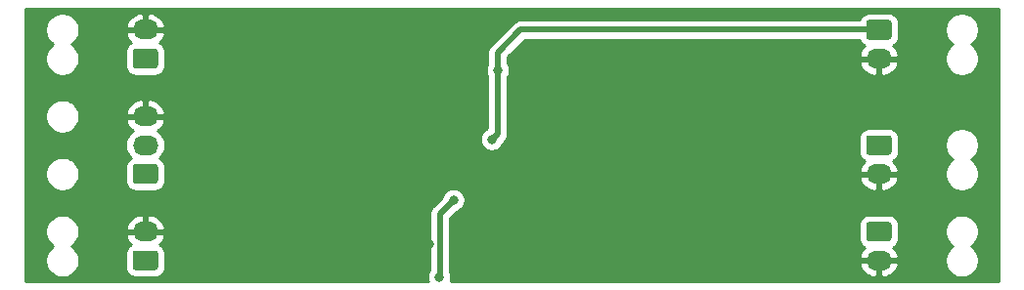
<source format=gbl>
G04 #@! TF.GenerationSoftware,KiCad,Pcbnew,(5.1.10)-1*
G04 #@! TF.CreationDate,2021-10-14T23:30:01+01:00*
G04 #@! TF.ProjectId,Battery,42617474-6572-4792-9e6b-696361645f70,rev?*
G04 #@! TF.SameCoordinates,Original*
G04 #@! TF.FileFunction,Copper,L2,Bot*
G04 #@! TF.FilePolarity,Positive*
%FSLAX46Y46*%
G04 Gerber Fmt 4.6, Leading zero omitted, Abs format (unit mm)*
G04 Created by KiCad (PCBNEW (5.1.10)-1) date 2021-10-14 23:30:01*
%MOMM*%
%LPD*%
G01*
G04 APERTURE LIST*
G04 #@! TA.AperFunction,ComponentPad*
%ADD10O,2.200000X1.700000*%
G04 #@! TD*
G04 #@! TA.AperFunction,ViaPad*
%ADD11C,0.800000*%
G04 #@! TD*
G04 #@! TA.AperFunction,Conductor*
%ADD12C,0.500000*%
G04 #@! TD*
G04 #@! TA.AperFunction,Conductor*
%ADD13C,0.254000*%
G04 #@! TD*
G04 #@! TA.AperFunction,Conductor*
%ADD14C,0.100000*%
G04 #@! TD*
G04 APERTURE END LIST*
D10*
X187000000Y-60500000D03*
G04 #@! TA.AperFunction,ComponentPad*
G36*
G01*
X188100000Y-62400000D02*
X188100000Y-63600000D01*
G75*
G02*
X187850000Y-63850000I-250000J0D01*
G01*
X186150000Y-63850000D01*
G75*
G02*
X185900000Y-63600000I0J250000D01*
G01*
X185900000Y-62400000D01*
G75*
G02*
X186150000Y-62150000I250000J0D01*
G01*
X187850000Y-62150000D01*
G75*
G02*
X188100000Y-62400000I0J-250000D01*
G01*
G37*
G04 #@! TD.AperFunction*
G04 #@! TA.AperFunction,ComponentPad*
G36*
G01*
X249400000Y-53600000D02*
X249400000Y-52400000D01*
G75*
G02*
X249650000Y-52150000I250000J0D01*
G01*
X251350000Y-52150000D01*
G75*
G02*
X251600000Y-52400000I0J-250000D01*
G01*
X251600000Y-53600000D01*
G75*
G02*
X251350000Y-53850000I-250000J0D01*
G01*
X249650000Y-53850000D01*
G75*
G02*
X249400000Y-53600000I0J250000D01*
G01*
G37*
G04 #@! TD.AperFunction*
X250500000Y-55500000D03*
G04 #@! TA.AperFunction,ComponentPad*
G36*
G01*
X249400000Y-61100000D02*
X249400000Y-59900000D01*
G75*
G02*
X249650000Y-59650000I250000J0D01*
G01*
X251350000Y-59650000D01*
G75*
G02*
X251600000Y-59900000I0J-250000D01*
G01*
X251600000Y-61100000D01*
G75*
G02*
X251350000Y-61350000I-250000J0D01*
G01*
X249650000Y-61350000D01*
G75*
G02*
X249400000Y-61100000I0J250000D01*
G01*
G37*
G04 #@! TD.AperFunction*
X250500000Y-63000000D03*
X187000000Y-43000000D03*
G04 #@! TA.AperFunction,ComponentPad*
G36*
G01*
X188100000Y-44900000D02*
X188100000Y-46100000D01*
G75*
G02*
X187850000Y-46350000I-250000J0D01*
G01*
X186150000Y-46350000D01*
G75*
G02*
X185900000Y-46100000I0J250000D01*
G01*
X185900000Y-44900000D01*
G75*
G02*
X186150000Y-44650000I250000J0D01*
G01*
X187850000Y-44650000D01*
G75*
G02*
X188100000Y-44900000I0J-250000D01*
G01*
G37*
G04 #@! TD.AperFunction*
G04 #@! TA.AperFunction,ComponentPad*
G36*
G01*
X249400000Y-43600000D02*
X249400000Y-42400000D01*
G75*
G02*
X249650000Y-42150000I250000J0D01*
G01*
X251350000Y-42150000D01*
G75*
G02*
X251600000Y-42400000I0J-250000D01*
G01*
X251600000Y-43600000D01*
G75*
G02*
X251350000Y-43850000I-250000J0D01*
G01*
X249650000Y-43850000D01*
G75*
G02*
X249400000Y-43600000I0J250000D01*
G01*
G37*
G04 #@! TD.AperFunction*
X250500000Y-45500000D03*
X187000000Y-50500000D03*
X187000000Y-53000000D03*
G04 #@! TA.AperFunction,ComponentPad*
G36*
G01*
X188100000Y-54900000D02*
X188100000Y-56100000D01*
G75*
G02*
X187850000Y-56350000I-250000J0D01*
G01*
X186150000Y-56350000D01*
G75*
G02*
X185900000Y-56100000I0J250000D01*
G01*
X185900000Y-54900000D01*
G75*
G02*
X186150000Y-54650000I250000J0D01*
G01*
X187850000Y-54650000D01*
G75*
G02*
X188100000Y-54900000I0J-250000D01*
G01*
G37*
G04 #@! TD.AperFunction*
D11*
X200000000Y-53500000D03*
X201000000Y-53500000D03*
X201000000Y-49500000D03*
X200000000Y-49500000D03*
X237000000Y-55500000D03*
X237000000Y-54500000D03*
X237000000Y-53500000D03*
X237000000Y-52500000D03*
X237000000Y-51500000D03*
X237000000Y-63500000D03*
X237000000Y-62500000D03*
X237000000Y-61500000D03*
X237000000Y-60500000D03*
X237000000Y-59500000D03*
X236000000Y-63500000D03*
X236000000Y-62500000D03*
X236000000Y-61500000D03*
X236000000Y-60500000D03*
X236000000Y-59500000D03*
X236000000Y-51500000D03*
X236000000Y-52500000D03*
X236000000Y-53500000D03*
X236000000Y-55500000D03*
X227000000Y-59000000D03*
X241500000Y-63500000D03*
X193500000Y-53500000D03*
X226000000Y-59000000D03*
X228000000Y-59000000D03*
X236000000Y-54500000D03*
X231500000Y-63500000D03*
X203000000Y-54500000D03*
X197500000Y-58500000D03*
X242000000Y-49500000D03*
X225500000Y-44500000D03*
X204500000Y-63500000D03*
X207000000Y-63500000D03*
X209500000Y-63500000D03*
X211549990Y-61575000D03*
X214000000Y-63500000D03*
X217000000Y-52500000D03*
X217500000Y-46500000D03*
X213675000Y-57765000D03*
X212456001Y-64450001D03*
D12*
X219500000Y-43000000D02*
X250500000Y-43000000D01*
X217500000Y-45000000D02*
X219500000Y-43000000D01*
X217500000Y-52000000D02*
X217500000Y-47000000D01*
X217000000Y-52500000D02*
X217500000Y-52000000D01*
X217500000Y-47000000D02*
X217500000Y-45000000D01*
X212456001Y-64450001D02*
X212456001Y-64450001D01*
X212500000Y-58940000D02*
X213675000Y-57765000D01*
X212500000Y-64406002D02*
X212500000Y-58940000D01*
X212456001Y-64450001D02*
X212500000Y-64406002D01*
D13*
X260840001Y-64840000D02*
X213414734Y-64840000D01*
X213451227Y-64751899D01*
X213491001Y-64551940D01*
X213491001Y-64348062D01*
X213451227Y-64148103D01*
X213385000Y-63988218D01*
X213385000Y-63356890D01*
X248808524Y-63356890D01*
X248829643Y-63467493D01*
X248948138Y-63735608D01*
X249116663Y-63975454D01*
X249328741Y-64177814D01*
X249576223Y-64334911D01*
X249849598Y-64440708D01*
X250138360Y-64491140D01*
X250373000Y-64331496D01*
X250373000Y-63127000D01*
X250627000Y-63127000D01*
X250627000Y-64331496D01*
X250861640Y-64491140D01*
X251150402Y-64440708D01*
X251423777Y-64334911D01*
X251671259Y-64177814D01*
X251883337Y-63975454D01*
X252051862Y-63735608D01*
X252170357Y-63467493D01*
X252191476Y-63356890D01*
X252070155Y-63127000D01*
X250627000Y-63127000D01*
X250373000Y-63127000D01*
X248929845Y-63127000D01*
X248808524Y-63356890D01*
X213385000Y-63356890D01*
X213385000Y-59900000D01*
X248761928Y-59900000D01*
X248761928Y-61100000D01*
X248778992Y-61273254D01*
X248829528Y-61439850D01*
X248911595Y-61593386D01*
X249022038Y-61727962D01*
X249156614Y-61838405D01*
X249256044Y-61891552D01*
X249116663Y-62024546D01*
X248948138Y-62264392D01*
X248829643Y-62532507D01*
X248808524Y-62643110D01*
X248929845Y-62873000D01*
X250373000Y-62873000D01*
X250373000Y-62853000D01*
X250627000Y-62853000D01*
X250627000Y-62873000D01*
X252070155Y-62873000D01*
X252191476Y-62643110D01*
X252170357Y-62532507D01*
X252051862Y-62264392D01*
X251883337Y-62024546D01*
X251743956Y-61891552D01*
X251843386Y-61838405D01*
X251977962Y-61727962D01*
X252088405Y-61593386D01*
X252170472Y-61439850D01*
X252221008Y-61273254D01*
X252238072Y-61100000D01*
X252238072Y-60353740D01*
X256195000Y-60353740D01*
X256195000Y-60646260D01*
X256252068Y-60933158D01*
X256364010Y-61203411D01*
X256526525Y-61446632D01*
X256733368Y-61653475D01*
X256877828Y-61750000D01*
X256733368Y-61846525D01*
X256526525Y-62053368D01*
X256364010Y-62296589D01*
X256252068Y-62566842D01*
X256195000Y-62853740D01*
X256195000Y-63146260D01*
X256252068Y-63433158D01*
X256364010Y-63703411D01*
X256526525Y-63946632D01*
X256733368Y-64153475D01*
X256976589Y-64315990D01*
X257246842Y-64427932D01*
X257533740Y-64485000D01*
X257826260Y-64485000D01*
X258113158Y-64427932D01*
X258383411Y-64315990D01*
X258626632Y-64153475D01*
X258833475Y-63946632D01*
X258995990Y-63703411D01*
X259107932Y-63433158D01*
X259165000Y-63146260D01*
X259165000Y-62853740D01*
X259107932Y-62566842D01*
X258995990Y-62296589D01*
X258833475Y-62053368D01*
X258626632Y-61846525D01*
X258482172Y-61750000D01*
X258626632Y-61653475D01*
X258833475Y-61446632D01*
X258995990Y-61203411D01*
X259107932Y-60933158D01*
X259165000Y-60646260D01*
X259165000Y-60353740D01*
X259107932Y-60066842D01*
X258995990Y-59796589D01*
X258833475Y-59553368D01*
X258626632Y-59346525D01*
X258383411Y-59184010D01*
X258113158Y-59072068D01*
X257826260Y-59015000D01*
X257533740Y-59015000D01*
X257246842Y-59072068D01*
X256976589Y-59184010D01*
X256733368Y-59346525D01*
X256526525Y-59553368D01*
X256364010Y-59796589D01*
X256252068Y-60066842D01*
X256195000Y-60353740D01*
X252238072Y-60353740D01*
X252238072Y-59900000D01*
X252221008Y-59726746D01*
X252170472Y-59560150D01*
X252088405Y-59406614D01*
X251977962Y-59272038D01*
X251843386Y-59161595D01*
X251689850Y-59079528D01*
X251523254Y-59028992D01*
X251350000Y-59011928D01*
X249650000Y-59011928D01*
X249476746Y-59028992D01*
X249310150Y-59079528D01*
X249156614Y-59161595D01*
X249022038Y-59272038D01*
X248911595Y-59406614D01*
X248829528Y-59560150D01*
X248778992Y-59726746D01*
X248761928Y-59900000D01*
X213385000Y-59900000D01*
X213385000Y-59306578D01*
X213920044Y-58771535D01*
X213976898Y-58760226D01*
X214165256Y-58682205D01*
X214334774Y-58568937D01*
X214478937Y-58424774D01*
X214592205Y-58255256D01*
X214670226Y-58066898D01*
X214710000Y-57866939D01*
X214710000Y-57663061D01*
X214670226Y-57463102D01*
X214592205Y-57274744D01*
X214478937Y-57105226D01*
X214334774Y-56961063D01*
X214165256Y-56847795D01*
X213976898Y-56769774D01*
X213776939Y-56730000D01*
X213573061Y-56730000D01*
X213373102Y-56769774D01*
X213184744Y-56847795D01*
X213015226Y-56961063D01*
X212871063Y-57105226D01*
X212757795Y-57274744D01*
X212679774Y-57463102D01*
X212668465Y-57519956D01*
X211904951Y-58283471D01*
X211871184Y-58311183D01*
X211843471Y-58344951D01*
X211843468Y-58344954D01*
X211760590Y-58445941D01*
X211678412Y-58599687D01*
X211627805Y-58766510D01*
X211610719Y-58940000D01*
X211615001Y-58983479D01*
X211615000Y-63845697D01*
X211538796Y-63959745D01*
X211460775Y-64148103D01*
X211421001Y-64348062D01*
X211421001Y-64551940D01*
X211460775Y-64751899D01*
X211497268Y-64840000D01*
X176660000Y-64840000D01*
X176660000Y-60353740D01*
X178335000Y-60353740D01*
X178335000Y-60646260D01*
X178392068Y-60933158D01*
X178504010Y-61203411D01*
X178666525Y-61446632D01*
X178873368Y-61653475D01*
X179017828Y-61750000D01*
X178873368Y-61846525D01*
X178666525Y-62053368D01*
X178504010Y-62296589D01*
X178392068Y-62566842D01*
X178335000Y-62853740D01*
X178335000Y-63146260D01*
X178392068Y-63433158D01*
X178504010Y-63703411D01*
X178666525Y-63946632D01*
X178873368Y-64153475D01*
X179116589Y-64315990D01*
X179386842Y-64427932D01*
X179673740Y-64485000D01*
X179966260Y-64485000D01*
X180253158Y-64427932D01*
X180523411Y-64315990D01*
X180766632Y-64153475D01*
X180973475Y-63946632D01*
X181135990Y-63703411D01*
X181247932Y-63433158D01*
X181305000Y-63146260D01*
X181305000Y-62853740D01*
X181247932Y-62566842D01*
X181178825Y-62400000D01*
X185261928Y-62400000D01*
X185261928Y-63600000D01*
X185278992Y-63773254D01*
X185329528Y-63939850D01*
X185411595Y-64093386D01*
X185522038Y-64227962D01*
X185656614Y-64338405D01*
X185810150Y-64420472D01*
X185976746Y-64471008D01*
X186150000Y-64488072D01*
X187850000Y-64488072D01*
X188023254Y-64471008D01*
X188189850Y-64420472D01*
X188343386Y-64338405D01*
X188477962Y-64227962D01*
X188588405Y-64093386D01*
X188670472Y-63939850D01*
X188721008Y-63773254D01*
X188738072Y-63600000D01*
X188738072Y-62400000D01*
X188721008Y-62226746D01*
X188670472Y-62060150D01*
X188588405Y-61906614D01*
X188477962Y-61772038D01*
X188343386Y-61661595D01*
X188243956Y-61608448D01*
X188383337Y-61475454D01*
X188551862Y-61235608D01*
X188670357Y-60967493D01*
X188691476Y-60856890D01*
X188570155Y-60627000D01*
X187127000Y-60627000D01*
X187127000Y-60647000D01*
X186873000Y-60647000D01*
X186873000Y-60627000D01*
X185429845Y-60627000D01*
X185308524Y-60856890D01*
X185329643Y-60967493D01*
X185448138Y-61235608D01*
X185616663Y-61475454D01*
X185756044Y-61608448D01*
X185656614Y-61661595D01*
X185522038Y-61772038D01*
X185411595Y-61906614D01*
X185329528Y-62060150D01*
X185278992Y-62226746D01*
X185261928Y-62400000D01*
X181178825Y-62400000D01*
X181135990Y-62296589D01*
X180973475Y-62053368D01*
X180766632Y-61846525D01*
X180622172Y-61750000D01*
X180766632Y-61653475D01*
X180973475Y-61446632D01*
X181135990Y-61203411D01*
X181247932Y-60933158D01*
X181305000Y-60646260D01*
X181305000Y-60353740D01*
X181263103Y-60143110D01*
X185308524Y-60143110D01*
X185429845Y-60373000D01*
X186873000Y-60373000D01*
X186873000Y-59168504D01*
X187127000Y-59168504D01*
X187127000Y-60373000D01*
X188570155Y-60373000D01*
X188691476Y-60143110D01*
X188670357Y-60032507D01*
X188551862Y-59764392D01*
X188383337Y-59524546D01*
X188171259Y-59322186D01*
X187923777Y-59165089D01*
X187650402Y-59059292D01*
X187361640Y-59008860D01*
X187127000Y-59168504D01*
X186873000Y-59168504D01*
X186638360Y-59008860D01*
X186349598Y-59059292D01*
X186076223Y-59165089D01*
X185828741Y-59322186D01*
X185616663Y-59524546D01*
X185448138Y-59764392D01*
X185329643Y-60032507D01*
X185308524Y-60143110D01*
X181263103Y-60143110D01*
X181247932Y-60066842D01*
X181135990Y-59796589D01*
X180973475Y-59553368D01*
X180766632Y-59346525D01*
X180523411Y-59184010D01*
X180253158Y-59072068D01*
X179966260Y-59015000D01*
X179673740Y-59015000D01*
X179386842Y-59072068D01*
X179116589Y-59184010D01*
X178873368Y-59346525D01*
X178666525Y-59553368D01*
X178504010Y-59796589D01*
X178392068Y-60066842D01*
X178335000Y-60353740D01*
X176660000Y-60353740D01*
X176660000Y-55353740D01*
X178335000Y-55353740D01*
X178335000Y-55646260D01*
X178392068Y-55933158D01*
X178504010Y-56203411D01*
X178666525Y-56446632D01*
X178873368Y-56653475D01*
X179116589Y-56815990D01*
X179386842Y-56927932D01*
X179673740Y-56985000D01*
X179966260Y-56985000D01*
X180253158Y-56927932D01*
X180523411Y-56815990D01*
X180766632Y-56653475D01*
X180973475Y-56446632D01*
X181135990Y-56203411D01*
X181247932Y-55933158D01*
X181305000Y-55646260D01*
X181305000Y-55353740D01*
X181247932Y-55066842D01*
X181135990Y-54796589D01*
X180973475Y-54553368D01*
X180766632Y-54346525D01*
X180523411Y-54184010D01*
X180253158Y-54072068D01*
X179966260Y-54015000D01*
X179673740Y-54015000D01*
X179386842Y-54072068D01*
X179116589Y-54184010D01*
X178873368Y-54346525D01*
X178666525Y-54553368D01*
X178504010Y-54796589D01*
X178392068Y-55066842D01*
X178335000Y-55353740D01*
X176660000Y-55353740D01*
X176660000Y-53000000D01*
X185257815Y-53000000D01*
X185286487Y-53291111D01*
X185371401Y-53571034D01*
X185509294Y-53829014D01*
X185694866Y-54055134D01*
X185758337Y-54107223D01*
X185656614Y-54161595D01*
X185522038Y-54272038D01*
X185411595Y-54406614D01*
X185329528Y-54560150D01*
X185278992Y-54726746D01*
X185261928Y-54900000D01*
X185261928Y-56100000D01*
X185278992Y-56273254D01*
X185329528Y-56439850D01*
X185411595Y-56593386D01*
X185522038Y-56727962D01*
X185656614Y-56838405D01*
X185810150Y-56920472D01*
X185976746Y-56971008D01*
X186150000Y-56988072D01*
X187850000Y-56988072D01*
X188023254Y-56971008D01*
X188189850Y-56920472D01*
X188343386Y-56838405D01*
X188477962Y-56727962D01*
X188588405Y-56593386D01*
X188670472Y-56439850D01*
X188721008Y-56273254D01*
X188738072Y-56100000D01*
X188738072Y-55856890D01*
X248808524Y-55856890D01*
X248829643Y-55967493D01*
X248948138Y-56235608D01*
X249116663Y-56475454D01*
X249328741Y-56677814D01*
X249576223Y-56834911D01*
X249849598Y-56940708D01*
X250138360Y-56991140D01*
X250373000Y-56831496D01*
X250373000Y-55627000D01*
X250627000Y-55627000D01*
X250627000Y-56831496D01*
X250861640Y-56991140D01*
X251150402Y-56940708D01*
X251423777Y-56834911D01*
X251671259Y-56677814D01*
X251883337Y-56475454D01*
X252051862Y-56235608D01*
X252170357Y-55967493D01*
X252191476Y-55856890D01*
X252070155Y-55627000D01*
X250627000Y-55627000D01*
X250373000Y-55627000D01*
X248929845Y-55627000D01*
X248808524Y-55856890D01*
X188738072Y-55856890D01*
X188738072Y-54900000D01*
X188721008Y-54726746D01*
X188670472Y-54560150D01*
X188588405Y-54406614D01*
X188477962Y-54272038D01*
X188343386Y-54161595D01*
X188241663Y-54107223D01*
X188305134Y-54055134D01*
X188490706Y-53829014D01*
X188628599Y-53571034D01*
X188713513Y-53291111D01*
X188742185Y-53000000D01*
X188713513Y-52708889D01*
X188628599Y-52428966D01*
X188612080Y-52398061D01*
X215965000Y-52398061D01*
X215965000Y-52601939D01*
X216004774Y-52801898D01*
X216082795Y-52990256D01*
X216196063Y-53159774D01*
X216340226Y-53303937D01*
X216509744Y-53417205D01*
X216698102Y-53495226D01*
X216898061Y-53535000D01*
X217101939Y-53535000D01*
X217301898Y-53495226D01*
X217490256Y-53417205D01*
X217659774Y-53303937D01*
X217803937Y-53159774D01*
X217917205Y-52990256D01*
X217995226Y-52801898D01*
X218006535Y-52745043D01*
X218095045Y-52656533D01*
X218128817Y-52628817D01*
X218239411Y-52494059D01*
X218289686Y-52400000D01*
X248761928Y-52400000D01*
X248761928Y-53600000D01*
X248778992Y-53773254D01*
X248829528Y-53939850D01*
X248911595Y-54093386D01*
X249022038Y-54227962D01*
X249156614Y-54338405D01*
X249256044Y-54391552D01*
X249116663Y-54524546D01*
X248948138Y-54764392D01*
X248829643Y-55032507D01*
X248808524Y-55143110D01*
X248929845Y-55373000D01*
X250373000Y-55373000D01*
X250373000Y-55353000D01*
X250627000Y-55353000D01*
X250627000Y-55373000D01*
X252070155Y-55373000D01*
X252191476Y-55143110D01*
X252170357Y-55032507D01*
X252051862Y-54764392D01*
X251883337Y-54524546D01*
X251743956Y-54391552D01*
X251843386Y-54338405D01*
X251977962Y-54227962D01*
X252088405Y-54093386D01*
X252170472Y-53939850D01*
X252221008Y-53773254D01*
X252238072Y-53600000D01*
X252238072Y-52853740D01*
X256195000Y-52853740D01*
X256195000Y-53146260D01*
X256252068Y-53433158D01*
X256364010Y-53703411D01*
X256526525Y-53946632D01*
X256733368Y-54153475D01*
X256877828Y-54250000D01*
X256733368Y-54346525D01*
X256526525Y-54553368D01*
X256364010Y-54796589D01*
X256252068Y-55066842D01*
X256195000Y-55353740D01*
X256195000Y-55646260D01*
X256252068Y-55933158D01*
X256364010Y-56203411D01*
X256526525Y-56446632D01*
X256733368Y-56653475D01*
X256976589Y-56815990D01*
X257246842Y-56927932D01*
X257533740Y-56985000D01*
X257826260Y-56985000D01*
X258113158Y-56927932D01*
X258383411Y-56815990D01*
X258626632Y-56653475D01*
X258833475Y-56446632D01*
X258995990Y-56203411D01*
X259107932Y-55933158D01*
X259165000Y-55646260D01*
X259165000Y-55353740D01*
X259107932Y-55066842D01*
X258995990Y-54796589D01*
X258833475Y-54553368D01*
X258626632Y-54346525D01*
X258482172Y-54250000D01*
X258626632Y-54153475D01*
X258833475Y-53946632D01*
X258995990Y-53703411D01*
X259107932Y-53433158D01*
X259165000Y-53146260D01*
X259165000Y-52853740D01*
X259107932Y-52566842D01*
X258995990Y-52296589D01*
X258833475Y-52053368D01*
X258626632Y-51846525D01*
X258383411Y-51684010D01*
X258113158Y-51572068D01*
X257826260Y-51515000D01*
X257533740Y-51515000D01*
X257246842Y-51572068D01*
X256976589Y-51684010D01*
X256733368Y-51846525D01*
X256526525Y-52053368D01*
X256364010Y-52296589D01*
X256252068Y-52566842D01*
X256195000Y-52853740D01*
X252238072Y-52853740D01*
X252238072Y-52400000D01*
X252221008Y-52226746D01*
X252170472Y-52060150D01*
X252088405Y-51906614D01*
X251977962Y-51772038D01*
X251843386Y-51661595D01*
X251689850Y-51579528D01*
X251523254Y-51528992D01*
X251350000Y-51511928D01*
X249650000Y-51511928D01*
X249476746Y-51528992D01*
X249310150Y-51579528D01*
X249156614Y-51661595D01*
X249022038Y-51772038D01*
X248911595Y-51906614D01*
X248829528Y-52060150D01*
X248778992Y-52226746D01*
X248761928Y-52400000D01*
X218289686Y-52400000D01*
X218321589Y-52340313D01*
X218372195Y-52173490D01*
X218385000Y-52043477D01*
X218385000Y-52043469D01*
X218389281Y-52000000D01*
X218385000Y-51956531D01*
X218385000Y-47038454D01*
X218417205Y-46990256D01*
X218495226Y-46801898D01*
X218535000Y-46601939D01*
X218535000Y-46398061D01*
X218495226Y-46198102D01*
X218417205Y-46009744D01*
X218385000Y-45961546D01*
X218385000Y-45856890D01*
X248808524Y-45856890D01*
X248829643Y-45967493D01*
X248948138Y-46235608D01*
X249116663Y-46475454D01*
X249328741Y-46677814D01*
X249576223Y-46834911D01*
X249849598Y-46940708D01*
X250138360Y-46991140D01*
X250373000Y-46831496D01*
X250373000Y-45627000D01*
X250627000Y-45627000D01*
X250627000Y-46831496D01*
X250861640Y-46991140D01*
X251150402Y-46940708D01*
X251423777Y-46834911D01*
X251671259Y-46677814D01*
X251883337Y-46475454D01*
X252051862Y-46235608D01*
X252170357Y-45967493D01*
X252191476Y-45856890D01*
X252070155Y-45627000D01*
X250627000Y-45627000D01*
X250373000Y-45627000D01*
X248929845Y-45627000D01*
X248808524Y-45856890D01*
X218385000Y-45856890D01*
X218385000Y-45366578D01*
X219866579Y-43885000D01*
X248812890Y-43885000D01*
X248829528Y-43939850D01*
X248911595Y-44093386D01*
X249022038Y-44227962D01*
X249156614Y-44338405D01*
X249256044Y-44391552D01*
X249116663Y-44524546D01*
X248948138Y-44764392D01*
X248829643Y-45032507D01*
X248808524Y-45143110D01*
X248929845Y-45373000D01*
X250373000Y-45373000D01*
X250373000Y-45353000D01*
X250627000Y-45353000D01*
X250627000Y-45373000D01*
X252070155Y-45373000D01*
X252191476Y-45143110D01*
X252170357Y-45032507D01*
X252051862Y-44764392D01*
X251883337Y-44524546D01*
X251743956Y-44391552D01*
X251843386Y-44338405D01*
X251977962Y-44227962D01*
X252088405Y-44093386D01*
X252170472Y-43939850D01*
X252221008Y-43773254D01*
X252238072Y-43600000D01*
X252238072Y-42853740D01*
X256195000Y-42853740D01*
X256195000Y-43146260D01*
X256252068Y-43433158D01*
X256364010Y-43703411D01*
X256526525Y-43946632D01*
X256733368Y-44153475D01*
X256877828Y-44250000D01*
X256733368Y-44346525D01*
X256526525Y-44553368D01*
X256364010Y-44796589D01*
X256252068Y-45066842D01*
X256195000Y-45353740D01*
X256195000Y-45646260D01*
X256252068Y-45933158D01*
X256364010Y-46203411D01*
X256526525Y-46446632D01*
X256733368Y-46653475D01*
X256976589Y-46815990D01*
X257246842Y-46927932D01*
X257533740Y-46985000D01*
X257826260Y-46985000D01*
X258113158Y-46927932D01*
X258383411Y-46815990D01*
X258626632Y-46653475D01*
X258833475Y-46446632D01*
X258995990Y-46203411D01*
X259107932Y-45933158D01*
X259165000Y-45646260D01*
X259165000Y-45353740D01*
X259107932Y-45066842D01*
X258995990Y-44796589D01*
X258833475Y-44553368D01*
X258626632Y-44346525D01*
X258482172Y-44250000D01*
X258626632Y-44153475D01*
X258833475Y-43946632D01*
X258995990Y-43703411D01*
X259107932Y-43433158D01*
X259165000Y-43146260D01*
X259165000Y-42853740D01*
X259107932Y-42566842D01*
X258995990Y-42296589D01*
X258833475Y-42053368D01*
X258626632Y-41846525D01*
X258383411Y-41684010D01*
X258113158Y-41572068D01*
X257826260Y-41515000D01*
X257533740Y-41515000D01*
X257246842Y-41572068D01*
X256976589Y-41684010D01*
X256733368Y-41846525D01*
X256526525Y-42053368D01*
X256364010Y-42296589D01*
X256252068Y-42566842D01*
X256195000Y-42853740D01*
X252238072Y-42853740D01*
X252238072Y-42400000D01*
X252221008Y-42226746D01*
X252170472Y-42060150D01*
X252088405Y-41906614D01*
X251977962Y-41772038D01*
X251843386Y-41661595D01*
X251689850Y-41579528D01*
X251523254Y-41528992D01*
X251350000Y-41511928D01*
X249650000Y-41511928D01*
X249476746Y-41528992D01*
X249310150Y-41579528D01*
X249156614Y-41661595D01*
X249022038Y-41772038D01*
X248911595Y-41906614D01*
X248829528Y-42060150D01*
X248812890Y-42115000D01*
X219543465Y-42115000D01*
X219499999Y-42110719D01*
X219456533Y-42115000D01*
X219456523Y-42115000D01*
X219326510Y-42127805D01*
X219159687Y-42178411D01*
X219005941Y-42260589D01*
X219005939Y-42260590D01*
X219005940Y-42260590D01*
X218904953Y-42343468D01*
X218904951Y-42343470D01*
X218871183Y-42371183D01*
X218843470Y-42404951D01*
X216904951Y-44343471D01*
X216871184Y-44371183D01*
X216843471Y-44404951D01*
X216843468Y-44404954D01*
X216760590Y-44505941D01*
X216678412Y-44659687D01*
X216627805Y-44826510D01*
X216610719Y-45000000D01*
X216615001Y-45043479D01*
X216615001Y-45961545D01*
X216582795Y-46009744D01*
X216504774Y-46198102D01*
X216465000Y-46398061D01*
X216465000Y-46601939D01*
X216504774Y-46801898D01*
X216582795Y-46990256D01*
X216615000Y-47038454D01*
X216615000Y-47043476D01*
X216615001Y-47043486D01*
X216615000Y-51539196D01*
X216509744Y-51582795D01*
X216340226Y-51696063D01*
X216196063Y-51840226D01*
X216082795Y-52009744D01*
X216004774Y-52198102D01*
X215965000Y-52398061D01*
X188612080Y-52398061D01*
X188490706Y-52170986D01*
X188305134Y-51944866D01*
X188079014Y-51759294D01*
X188059408Y-51748815D01*
X188171259Y-51677814D01*
X188383337Y-51475454D01*
X188551862Y-51235608D01*
X188670357Y-50967493D01*
X188691476Y-50856890D01*
X188570155Y-50627000D01*
X187127000Y-50627000D01*
X187127000Y-50647000D01*
X186873000Y-50647000D01*
X186873000Y-50627000D01*
X185429845Y-50627000D01*
X185308524Y-50856890D01*
X185329643Y-50967493D01*
X185448138Y-51235608D01*
X185616663Y-51475454D01*
X185828741Y-51677814D01*
X185940592Y-51748815D01*
X185920986Y-51759294D01*
X185694866Y-51944866D01*
X185509294Y-52170986D01*
X185371401Y-52428966D01*
X185286487Y-52708889D01*
X185257815Y-53000000D01*
X176660000Y-53000000D01*
X176660000Y-50353740D01*
X178335000Y-50353740D01*
X178335000Y-50646260D01*
X178392068Y-50933158D01*
X178504010Y-51203411D01*
X178666525Y-51446632D01*
X178873368Y-51653475D01*
X179116589Y-51815990D01*
X179386842Y-51927932D01*
X179673740Y-51985000D01*
X179966260Y-51985000D01*
X180253158Y-51927932D01*
X180523411Y-51815990D01*
X180766632Y-51653475D01*
X180973475Y-51446632D01*
X181135990Y-51203411D01*
X181247932Y-50933158D01*
X181305000Y-50646260D01*
X181305000Y-50353740D01*
X181263103Y-50143110D01*
X185308524Y-50143110D01*
X185429845Y-50373000D01*
X186873000Y-50373000D01*
X186873000Y-49168504D01*
X187127000Y-49168504D01*
X187127000Y-50373000D01*
X188570155Y-50373000D01*
X188691476Y-50143110D01*
X188670357Y-50032507D01*
X188551862Y-49764392D01*
X188383337Y-49524546D01*
X188171259Y-49322186D01*
X187923777Y-49165089D01*
X187650402Y-49059292D01*
X187361640Y-49008860D01*
X187127000Y-49168504D01*
X186873000Y-49168504D01*
X186638360Y-49008860D01*
X186349598Y-49059292D01*
X186076223Y-49165089D01*
X185828741Y-49322186D01*
X185616663Y-49524546D01*
X185448138Y-49764392D01*
X185329643Y-50032507D01*
X185308524Y-50143110D01*
X181263103Y-50143110D01*
X181247932Y-50066842D01*
X181135990Y-49796589D01*
X180973475Y-49553368D01*
X180766632Y-49346525D01*
X180523411Y-49184010D01*
X180253158Y-49072068D01*
X179966260Y-49015000D01*
X179673740Y-49015000D01*
X179386842Y-49072068D01*
X179116589Y-49184010D01*
X178873368Y-49346525D01*
X178666525Y-49553368D01*
X178504010Y-49796589D01*
X178392068Y-50066842D01*
X178335000Y-50353740D01*
X176660000Y-50353740D01*
X176660000Y-42853740D01*
X178335000Y-42853740D01*
X178335000Y-43146260D01*
X178392068Y-43433158D01*
X178504010Y-43703411D01*
X178666525Y-43946632D01*
X178873368Y-44153475D01*
X179017828Y-44250000D01*
X178873368Y-44346525D01*
X178666525Y-44553368D01*
X178504010Y-44796589D01*
X178392068Y-45066842D01*
X178335000Y-45353740D01*
X178335000Y-45646260D01*
X178392068Y-45933158D01*
X178504010Y-46203411D01*
X178666525Y-46446632D01*
X178873368Y-46653475D01*
X179116589Y-46815990D01*
X179386842Y-46927932D01*
X179673740Y-46985000D01*
X179966260Y-46985000D01*
X180253158Y-46927932D01*
X180523411Y-46815990D01*
X180766632Y-46653475D01*
X180973475Y-46446632D01*
X181135990Y-46203411D01*
X181247932Y-45933158D01*
X181305000Y-45646260D01*
X181305000Y-45353740D01*
X181247932Y-45066842D01*
X181178825Y-44900000D01*
X185261928Y-44900000D01*
X185261928Y-46100000D01*
X185278992Y-46273254D01*
X185329528Y-46439850D01*
X185411595Y-46593386D01*
X185522038Y-46727962D01*
X185656614Y-46838405D01*
X185810150Y-46920472D01*
X185976746Y-46971008D01*
X186150000Y-46988072D01*
X187850000Y-46988072D01*
X188023254Y-46971008D01*
X188189850Y-46920472D01*
X188343386Y-46838405D01*
X188477962Y-46727962D01*
X188588405Y-46593386D01*
X188670472Y-46439850D01*
X188721008Y-46273254D01*
X188738072Y-46100000D01*
X188738072Y-44900000D01*
X188721008Y-44726746D01*
X188670472Y-44560150D01*
X188588405Y-44406614D01*
X188477962Y-44272038D01*
X188343386Y-44161595D01*
X188243956Y-44108448D01*
X188383337Y-43975454D01*
X188551862Y-43735608D01*
X188670357Y-43467493D01*
X188691476Y-43356890D01*
X188570155Y-43127000D01*
X187127000Y-43127000D01*
X187127000Y-43147000D01*
X186873000Y-43147000D01*
X186873000Y-43127000D01*
X185429845Y-43127000D01*
X185308524Y-43356890D01*
X185329643Y-43467493D01*
X185448138Y-43735608D01*
X185616663Y-43975454D01*
X185756044Y-44108448D01*
X185656614Y-44161595D01*
X185522038Y-44272038D01*
X185411595Y-44406614D01*
X185329528Y-44560150D01*
X185278992Y-44726746D01*
X185261928Y-44900000D01*
X181178825Y-44900000D01*
X181135990Y-44796589D01*
X180973475Y-44553368D01*
X180766632Y-44346525D01*
X180622172Y-44250000D01*
X180766632Y-44153475D01*
X180973475Y-43946632D01*
X181135990Y-43703411D01*
X181247932Y-43433158D01*
X181305000Y-43146260D01*
X181305000Y-42853740D01*
X181263103Y-42643110D01*
X185308524Y-42643110D01*
X185429845Y-42873000D01*
X186873000Y-42873000D01*
X186873000Y-41668504D01*
X187127000Y-41668504D01*
X187127000Y-42873000D01*
X188570155Y-42873000D01*
X188691476Y-42643110D01*
X188670357Y-42532507D01*
X188551862Y-42264392D01*
X188383337Y-42024546D01*
X188171259Y-41822186D01*
X187923777Y-41665089D01*
X187650402Y-41559292D01*
X187361640Y-41508860D01*
X187127000Y-41668504D01*
X186873000Y-41668504D01*
X186638360Y-41508860D01*
X186349598Y-41559292D01*
X186076223Y-41665089D01*
X185828741Y-41822186D01*
X185616663Y-42024546D01*
X185448138Y-42264392D01*
X185329643Y-42532507D01*
X185308524Y-42643110D01*
X181263103Y-42643110D01*
X181247932Y-42566842D01*
X181135990Y-42296589D01*
X180973475Y-42053368D01*
X180766632Y-41846525D01*
X180523411Y-41684010D01*
X180253158Y-41572068D01*
X179966260Y-41515000D01*
X179673740Y-41515000D01*
X179386842Y-41572068D01*
X179116589Y-41684010D01*
X178873368Y-41846525D01*
X178666525Y-42053368D01*
X178504010Y-42296589D01*
X178392068Y-42566842D01*
X178335000Y-42853740D01*
X176660000Y-42853740D01*
X176660000Y-41160000D01*
X260840000Y-41160000D01*
X260840001Y-64840000D01*
G04 #@! TA.AperFunction,Conductor*
D14*
G36*
X260840001Y-64840000D02*
G01*
X213414734Y-64840000D01*
X213451227Y-64751899D01*
X213491001Y-64551940D01*
X213491001Y-64348062D01*
X213451227Y-64148103D01*
X213385000Y-63988218D01*
X213385000Y-63356890D01*
X248808524Y-63356890D01*
X248829643Y-63467493D01*
X248948138Y-63735608D01*
X249116663Y-63975454D01*
X249328741Y-64177814D01*
X249576223Y-64334911D01*
X249849598Y-64440708D01*
X250138360Y-64491140D01*
X250373000Y-64331496D01*
X250373000Y-63127000D01*
X250627000Y-63127000D01*
X250627000Y-64331496D01*
X250861640Y-64491140D01*
X251150402Y-64440708D01*
X251423777Y-64334911D01*
X251671259Y-64177814D01*
X251883337Y-63975454D01*
X252051862Y-63735608D01*
X252170357Y-63467493D01*
X252191476Y-63356890D01*
X252070155Y-63127000D01*
X250627000Y-63127000D01*
X250373000Y-63127000D01*
X248929845Y-63127000D01*
X248808524Y-63356890D01*
X213385000Y-63356890D01*
X213385000Y-59900000D01*
X248761928Y-59900000D01*
X248761928Y-61100000D01*
X248778992Y-61273254D01*
X248829528Y-61439850D01*
X248911595Y-61593386D01*
X249022038Y-61727962D01*
X249156614Y-61838405D01*
X249256044Y-61891552D01*
X249116663Y-62024546D01*
X248948138Y-62264392D01*
X248829643Y-62532507D01*
X248808524Y-62643110D01*
X248929845Y-62873000D01*
X250373000Y-62873000D01*
X250373000Y-62853000D01*
X250627000Y-62853000D01*
X250627000Y-62873000D01*
X252070155Y-62873000D01*
X252191476Y-62643110D01*
X252170357Y-62532507D01*
X252051862Y-62264392D01*
X251883337Y-62024546D01*
X251743956Y-61891552D01*
X251843386Y-61838405D01*
X251977962Y-61727962D01*
X252088405Y-61593386D01*
X252170472Y-61439850D01*
X252221008Y-61273254D01*
X252238072Y-61100000D01*
X252238072Y-60353740D01*
X256195000Y-60353740D01*
X256195000Y-60646260D01*
X256252068Y-60933158D01*
X256364010Y-61203411D01*
X256526525Y-61446632D01*
X256733368Y-61653475D01*
X256877828Y-61750000D01*
X256733368Y-61846525D01*
X256526525Y-62053368D01*
X256364010Y-62296589D01*
X256252068Y-62566842D01*
X256195000Y-62853740D01*
X256195000Y-63146260D01*
X256252068Y-63433158D01*
X256364010Y-63703411D01*
X256526525Y-63946632D01*
X256733368Y-64153475D01*
X256976589Y-64315990D01*
X257246842Y-64427932D01*
X257533740Y-64485000D01*
X257826260Y-64485000D01*
X258113158Y-64427932D01*
X258383411Y-64315990D01*
X258626632Y-64153475D01*
X258833475Y-63946632D01*
X258995990Y-63703411D01*
X259107932Y-63433158D01*
X259165000Y-63146260D01*
X259165000Y-62853740D01*
X259107932Y-62566842D01*
X258995990Y-62296589D01*
X258833475Y-62053368D01*
X258626632Y-61846525D01*
X258482172Y-61750000D01*
X258626632Y-61653475D01*
X258833475Y-61446632D01*
X258995990Y-61203411D01*
X259107932Y-60933158D01*
X259165000Y-60646260D01*
X259165000Y-60353740D01*
X259107932Y-60066842D01*
X258995990Y-59796589D01*
X258833475Y-59553368D01*
X258626632Y-59346525D01*
X258383411Y-59184010D01*
X258113158Y-59072068D01*
X257826260Y-59015000D01*
X257533740Y-59015000D01*
X257246842Y-59072068D01*
X256976589Y-59184010D01*
X256733368Y-59346525D01*
X256526525Y-59553368D01*
X256364010Y-59796589D01*
X256252068Y-60066842D01*
X256195000Y-60353740D01*
X252238072Y-60353740D01*
X252238072Y-59900000D01*
X252221008Y-59726746D01*
X252170472Y-59560150D01*
X252088405Y-59406614D01*
X251977962Y-59272038D01*
X251843386Y-59161595D01*
X251689850Y-59079528D01*
X251523254Y-59028992D01*
X251350000Y-59011928D01*
X249650000Y-59011928D01*
X249476746Y-59028992D01*
X249310150Y-59079528D01*
X249156614Y-59161595D01*
X249022038Y-59272038D01*
X248911595Y-59406614D01*
X248829528Y-59560150D01*
X248778992Y-59726746D01*
X248761928Y-59900000D01*
X213385000Y-59900000D01*
X213385000Y-59306578D01*
X213920044Y-58771535D01*
X213976898Y-58760226D01*
X214165256Y-58682205D01*
X214334774Y-58568937D01*
X214478937Y-58424774D01*
X214592205Y-58255256D01*
X214670226Y-58066898D01*
X214710000Y-57866939D01*
X214710000Y-57663061D01*
X214670226Y-57463102D01*
X214592205Y-57274744D01*
X214478937Y-57105226D01*
X214334774Y-56961063D01*
X214165256Y-56847795D01*
X213976898Y-56769774D01*
X213776939Y-56730000D01*
X213573061Y-56730000D01*
X213373102Y-56769774D01*
X213184744Y-56847795D01*
X213015226Y-56961063D01*
X212871063Y-57105226D01*
X212757795Y-57274744D01*
X212679774Y-57463102D01*
X212668465Y-57519956D01*
X211904951Y-58283471D01*
X211871184Y-58311183D01*
X211843471Y-58344951D01*
X211843468Y-58344954D01*
X211760590Y-58445941D01*
X211678412Y-58599687D01*
X211627805Y-58766510D01*
X211610719Y-58940000D01*
X211615001Y-58983479D01*
X211615000Y-63845697D01*
X211538796Y-63959745D01*
X211460775Y-64148103D01*
X211421001Y-64348062D01*
X211421001Y-64551940D01*
X211460775Y-64751899D01*
X211497268Y-64840000D01*
X176660000Y-64840000D01*
X176660000Y-60353740D01*
X178335000Y-60353740D01*
X178335000Y-60646260D01*
X178392068Y-60933158D01*
X178504010Y-61203411D01*
X178666525Y-61446632D01*
X178873368Y-61653475D01*
X179017828Y-61750000D01*
X178873368Y-61846525D01*
X178666525Y-62053368D01*
X178504010Y-62296589D01*
X178392068Y-62566842D01*
X178335000Y-62853740D01*
X178335000Y-63146260D01*
X178392068Y-63433158D01*
X178504010Y-63703411D01*
X178666525Y-63946632D01*
X178873368Y-64153475D01*
X179116589Y-64315990D01*
X179386842Y-64427932D01*
X179673740Y-64485000D01*
X179966260Y-64485000D01*
X180253158Y-64427932D01*
X180523411Y-64315990D01*
X180766632Y-64153475D01*
X180973475Y-63946632D01*
X181135990Y-63703411D01*
X181247932Y-63433158D01*
X181305000Y-63146260D01*
X181305000Y-62853740D01*
X181247932Y-62566842D01*
X181178825Y-62400000D01*
X185261928Y-62400000D01*
X185261928Y-63600000D01*
X185278992Y-63773254D01*
X185329528Y-63939850D01*
X185411595Y-64093386D01*
X185522038Y-64227962D01*
X185656614Y-64338405D01*
X185810150Y-64420472D01*
X185976746Y-64471008D01*
X186150000Y-64488072D01*
X187850000Y-64488072D01*
X188023254Y-64471008D01*
X188189850Y-64420472D01*
X188343386Y-64338405D01*
X188477962Y-64227962D01*
X188588405Y-64093386D01*
X188670472Y-63939850D01*
X188721008Y-63773254D01*
X188738072Y-63600000D01*
X188738072Y-62400000D01*
X188721008Y-62226746D01*
X188670472Y-62060150D01*
X188588405Y-61906614D01*
X188477962Y-61772038D01*
X188343386Y-61661595D01*
X188243956Y-61608448D01*
X188383337Y-61475454D01*
X188551862Y-61235608D01*
X188670357Y-60967493D01*
X188691476Y-60856890D01*
X188570155Y-60627000D01*
X187127000Y-60627000D01*
X187127000Y-60647000D01*
X186873000Y-60647000D01*
X186873000Y-60627000D01*
X185429845Y-60627000D01*
X185308524Y-60856890D01*
X185329643Y-60967493D01*
X185448138Y-61235608D01*
X185616663Y-61475454D01*
X185756044Y-61608448D01*
X185656614Y-61661595D01*
X185522038Y-61772038D01*
X185411595Y-61906614D01*
X185329528Y-62060150D01*
X185278992Y-62226746D01*
X185261928Y-62400000D01*
X181178825Y-62400000D01*
X181135990Y-62296589D01*
X180973475Y-62053368D01*
X180766632Y-61846525D01*
X180622172Y-61750000D01*
X180766632Y-61653475D01*
X180973475Y-61446632D01*
X181135990Y-61203411D01*
X181247932Y-60933158D01*
X181305000Y-60646260D01*
X181305000Y-60353740D01*
X181263103Y-60143110D01*
X185308524Y-60143110D01*
X185429845Y-60373000D01*
X186873000Y-60373000D01*
X186873000Y-59168504D01*
X187127000Y-59168504D01*
X187127000Y-60373000D01*
X188570155Y-60373000D01*
X188691476Y-60143110D01*
X188670357Y-60032507D01*
X188551862Y-59764392D01*
X188383337Y-59524546D01*
X188171259Y-59322186D01*
X187923777Y-59165089D01*
X187650402Y-59059292D01*
X187361640Y-59008860D01*
X187127000Y-59168504D01*
X186873000Y-59168504D01*
X186638360Y-59008860D01*
X186349598Y-59059292D01*
X186076223Y-59165089D01*
X185828741Y-59322186D01*
X185616663Y-59524546D01*
X185448138Y-59764392D01*
X185329643Y-60032507D01*
X185308524Y-60143110D01*
X181263103Y-60143110D01*
X181247932Y-60066842D01*
X181135990Y-59796589D01*
X180973475Y-59553368D01*
X180766632Y-59346525D01*
X180523411Y-59184010D01*
X180253158Y-59072068D01*
X179966260Y-59015000D01*
X179673740Y-59015000D01*
X179386842Y-59072068D01*
X179116589Y-59184010D01*
X178873368Y-59346525D01*
X178666525Y-59553368D01*
X178504010Y-59796589D01*
X178392068Y-60066842D01*
X178335000Y-60353740D01*
X176660000Y-60353740D01*
X176660000Y-55353740D01*
X178335000Y-55353740D01*
X178335000Y-55646260D01*
X178392068Y-55933158D01*
X178504010Y-56203411D01*
X178666525Y-56446632D01*
X178873368Y-56653475D01*
X179116589Y-56815990D01*
X179386842Y-56927932D01*
X179673740Y-56985000D01*
X179966260Y-56985000D01*
X180253158Y-56927932D01*
X180523411Y-56815990D01*
X180766632Y-56653475D01*
X180973475Y-56446632D01*
X181135990Y-56203411D01*
X181247932Y-55933158D01*
X181305000Y-55646260D01*
X181305000Y-55353740D01*
X181247932Y-55066842D01*
X181135990Y-54796589D01*
X180973475Y-54553368D01*
X180766632Y-54346525D01*
X180523411Y-54184010D01*
X180253158Y-54072068D01*
X179966260Y-54015000D01*
X179673740Y-54015000D01*
X179386842Y-54072068D01*
X179116589Y-54184010D01*
X178873368Y-54346525D01*
X178666525Y-54553368D01*
X178504010Y-54796589D01*
X178392068Y-55066842D01*
X178335000Y-55353740D01*
X176660000Y-55353740D01*
X176660000Y-53000000D01*
X185257815Y-53000000D01*
X185286487Y-53291111D01*
X185371401Y-53571034D01*
X185509294Y-53829014D01*
X185694866Y-54055134D01*
X185758337Y-54107223D01*
X185656614Y-54161595D01*
X185522038Y-54272038D01*
X185411595Y-54406614D01*
X185329528Y-54560150D01*
X185278992Y-54726746D01*
X185261928Y-54900000D01*
X185261928Y-56100000D01*
X185278992Y-56273254D01*
X185329528Y-56439850D01*
X185411595Y-56593386D01*
X185522038Y-56727962D01*
X185656614Y-56838405D01*
X185810150Y-56920472D01*
X185976746Y-56971008D01*
X186150000Y-56988072D01*
X187850000Y-56988072D01*
X188023254Y-56971008D01*
X188189850Y-56920472D01*
X188343386Y-56838405D01*
X188477962Y-56727962D01*
X188588405Y-56593386D01*
X188670472Y-56439850D01*
X188721008Y-56273254D01*
X188738072Y-56100000D01*
X188738072Y-55856890D01*
X248808524Y-55856890D01*
X248829643Y-55967493D01*
X248948138Y-56235608D01*
X249116663Y-56475454D01*
X249328741Y-56677814D01*
X249576223Y-56834911D01*
X249849598Y-56940708D01*
X250138360Y-56991140D01*
X250373000Y-56831496D01*
X250373000Y-55627000D01*
X250627000Y-55627000D01*
X250627000Y-56831496D01*
X250861640Y-56991140D01*
X251150402Y-56940708D01*
X251423777Y-56834911D01*
X251671259Y-56677814D01*
X251883337Y-56475454D01*
X252051862Y-56235608D01*
X252170357Y-55967493D01*
X252191476Y-55856890D01*
X252070155Y-55627000D01*
X250627000Y-55627000D01*
X250373000Y-55627000D01*
X248929845Y-55627000D01*
X248808524Y-55856890D01*
X188738072Y-55856890D01*
X188738072Y-54900000D01*
X188721008Y-54726746D01*
X188670472Y-54560150D01*
X188588405Y-54406614D01*
X188477962Y-54272038D01*
X188343386Y-54161595D01*
X188241663Y-54107223D01*
X188305134Y-54055134D01*
X188490706Y-53829014D01*
X188628599Y-53571034D01*
X188713513Y-53291111D01*
X188742185Y-53000000D01*
X188713513Y-52708889D01*
X188628599Y-52428966D01*
X188612080Y-52398061D01*
X215965000Y-52398061D01*
X215965000Y-52601939D01*
X216004774Y-52801898D01*
X216082795Y-52990256D01*
X216196063Y-53159774D01*
X216340226Y-53303937D01*
X216509744Y-53417205D01*
X216698102Y-53495226D01*
X216898061Y-53535000D01*
X217101939Y-53535000D01*
X217301898Y-53495226D01*
X217490256Y-53417205D01*
X217659774Y-53303937D01*
X217803937Y-53159774D01*
X217917205Y-52990256D01*
X217995226Y-52801898D01*
X218006535Y-52745043D01*
X218095045Y-52656533D01*
X218128817Y-52628817D01*
X218239411Y-52494059D01*
X218289686Y-52400000D01*
X248761928Y-52400000D01*
X248761928Y-53600000D01*
X248778992Y-53773254D01*
X248829528Y-53939850D01*
X248911595Y-54093386D01*
X249022038Y-54227962D01*
X249156614Y-54338405D01*
X249256044Y-54391552D01*
X249116663Y-54524546D01*
X248948138Y-54764392D01*
X248829643Y-55032507D01*
X248808524Y-55143110D01*
X248929845Y-55373000D01*
X250373000Y-55373000D01*
X250373000Y-55353000D01*
X250627000Y-55353000D01*
X250627000Y-55373000D01*
X252070155Y-55373000D01*
X252191476Y-55143110D01*
X252170357Y-55032507D01*
X252051862Y-54764392D01*
X251883337Y-54524546D01*
X251743956Y-54391552D01*
X251843386Y-54338405D01*
X251977962Y-54227962D01*
X252088405Y-54093386D01*
X252170472Y-53939850D01*
X252221008Y-53773254D01*
X252238072Y-53600000D01*
X252238072Y-52853740D01*
X256195000Y-52853740D01*
X256195000Y-53146260D01*
X256252068Y-53433158D01*
X256364010Y-53703411D01*
X256526525Y-53946632D01*
X256733368Y-54153475D01*
X256877828Y-54250000D01*
X256733368Y-54346525D01*
X256526525Y-54553368D01*
X256364010Y-54796589D01*
X256252068Y-55066842D01*
X256195000Y-55353740D01*
X256195000Y-55646260D01*
X256252068Y-55933158D01*
X256364010Y-56203411D01*
X256526525Y-56446632D01*
X256733368Y-56653475D01*
X256976589Y-56815990D01*
X257246842Y-56927932D01*
X257533740Y-56985000D01*
X257826260Y-56985000D01*
X258113158Y-56927932D01*
X258383411Y-56815990D01*
X258626632Y-56653475D01*
X258833475Y-56446632D01*
X258995990Y-56203411D01*
X259107932Y-55933158D01*
X259165000Y-55646260D01*
X259165000Y-55353740D01*
X259107932Y-55066842D01*
X258995990Y-54796589D01*
X258833475Y-54553368D01*
X258626632Y-54346525D01*
X258482172Y-54250000D01*
X258626632Y-54153475D01*
X258833475Y-53946632D01*
X258995990Y-53703411D01*
X259107932Y-53433158D01*
X259165000Y-53146260D01*
X259165000Y-52853740D01*
X259107932Y-52566842D01*
X258995990Y-52296589D01*
X258833475Y-52053368D01*
X258626632Y-51846525D01*
X258383411Y-51684010D01*
X258113158Y-51572068D01*
X257826260Y-51515000D01*
X257533740Y-51515000D01*
X257246842Y-51572068D01*
X256976589Y-51684010D01*
X256733368Y-51846525D01*
X256526525Y-52053368D01*
X256364010Y-52296589D01*
X256252068Y-52566842D01*
X256195000Y-52853740D01*
X252238072Y-52853740D01*
X252238072Y-52400000D01*
X252221008Y-52226746D01*
X252170472Y-52060150D01*
X252088405Y-51906614D01*
X251977962Y-51772038D01*
X251843386Y-51661595D01*
X251689850Y-51579528D01*
X251523254Y-51528992D01*
X251350000Y-51511928D01*
X249650000Y-51511928D01*
X249476746Y-51528992D01*
X249310150Y-51579528D01*
X249156614Y-51661595D01*
X249022038Y-51772038D01*
X248911595Y-51906614D01*
X248829528Y-52060150D01*
X248778992Y-52226746D01*
X248761928Y-52400000D01*
X218289686Y-52400000D01*
X218321589Y-52340313D01*
X218372195Y-52173490D01*
X218385000Y-52043477D01*
X218385000Y-52043469D01*
X218389281Y-52000000D01*
X218385000Y-51956531D01*
X218385000Y-47038454D01*
X218417205Y-46990256D01*
X218495226Y-46801898D01*
X218535000Y-46601939D01*
X218535000Y-46398061D01*
X218495226Y-46198102D01*
X218417205Y-46009744D01*
X218385000Y-45961546D01*
X218385000Y-45856890D01*
X248808524Y-45856890D01*
X248829643Y-45967493D01*
X248948138Y-46235608D01*
X249116663Y-46475454D01*
X249328741Y-46677814D01*
X249576223Y-46834911D01*
X249849598Y-46940708D01*
X250138360Y-46991140D01*
X250373000Y-46831496D01*
X250373000Y-45627000D01*
X250627000Y-45627000D01*
X250627000Y-46831496D01*
X250861640Y-46991140D01*
X251150402Y-46940708D01*
X251423777Y-46834911D01*
X251671259Y-46677814D01*
X251883337Y-46475454D01*
X252051862Y-46235608D01*
X252170357Y-45967493D01*
X252191476Y-45856890D01*
X252070155Y-45627000D01*
X250627000Y-45627000D01*
X250373000Y-45627000D01*
X248929845Y-45627000D01*
X248808524Y-45856890D01*
X218385000Y-45856890D01*
X218385000Y-45366578D01*
X219866579Y-43885000D01*
X248812890Y-43885000D01*
X248829528Y-43939850D01*
X248911595Y-44093386D01*
X249022038Y-44227962D01*
X249156614Y-44338405D01*
X249256044Y-44391552D01*
X249116663Y-44524546D01*
X248948138Y-44764392D01*
X248829643Y-45032507D01*
X248808524Y-45143110D01*
X248929845Y-45373000D01*
X250373000Y-45373000D01*
X250373000Y-45353000D01*
X250627000Y-45353000D01*
X250627000Y-45373000D01*
X252070155Y-45373000D01*
X252191476Y-45143110D01*
X252170357Y-45032507D01*
X252051862Y-44764392D01*
X251883337Y-44524546D01*
X251743956Y-44391552D01*
X251843386Y-44338405D01*
X251977962Y-44227962D01*
X252088405Y-44093386D01*
X252170472Y-43939850D01*
X252221008Y-43773254D01*
X252238072Y-43600000D01*
X252238072Y-42853740D01*
X256195000Y-42853740D01*
X256195000Y-43146260D01*
X256252068Y-43433158D01*
X256364010Y-43703411D01*
X256526525Y-43946632D01*
X256733368Y-44153475D01*
X256877828Y-44250000D01*
X256733368Y-44346525D01*
X256526525Y-44553368D01*
X256364010Y-44796589D01*
X256252068Y-45066842D01*
X256195000Y-45353740D01*
X256195000Y-45646260D01*
X256252068Y-45933158D01*
X256364010Y-46203411D01*
X256526525Y-46446632D01*
X256733368Y-46653475D01*
X256976589Y-46815990D01*
X257246842Y-46927932D01*
X257533740Y-46985000D01*
X257826260Y-46985000D01*
X258113158Y-46927932D01*
X258383411Y-46815990D01*
X258626632Y-46653475D01*
X258833475Y-46446632D01*
X258995990Y-46203411D01*
X259107932Y-45933158D01*
X259165000Y-45646260D01*
X259165000Y-45353740D01*
X259107932Y-45066842D01*
X258995990Y-44796589D01*
X258833475Y-44553368D01*
X258626632Y-44346525D01*
X258482172Y-44250000D01*
X258626632Y-44153475D01*
X258833475Y-43946632D01*
X258995990Y-43703411D01*
X259107932Y-43433158D01*
X259165000Y-43146260D01*
X259165000Y-42853740D01*
X259107932Y-42566842D01*
X258995990Y-42296589D01*
X258833475Y-42053368D01*
X258626632Y-41846525D01*
X258383411Y-41684010D01*
X258113158Y-41572068D01*
X257826260Y-41515000D01*
X257533740Y-41515000D01*
X257246842Y-41572068D01*
X256976589Y-41684010D01*
X256733368Y-41846525D01*
X256526525Y-42053368D01*
X256364010Y-42296589D01*
X256252068Y-42566842D01*
X256195000Y-42853740D01*
X252238072Y-42853740D01*
X252238072Y-42400000D01*
X252221008Y-42226746D01*
X252170472Y-42060150D01*
X252088405Y-41906614D01*
X251977962Y-41772038D01*
X251843386Y-41661595D01*
X251689850Y-41579528D01*
X251523254Y-41528992D01*
X251350000Y-41511928D01*
X249650000Y-41511928D01*
X249476746Y-41528992D01*
X249310150Y-41579528D01*
X249156614Y-41661595D01*
X249022038Y-41772038D01*
X248911595Y-41906614D01*
X248829528Y-42060150D01*
X248812890Y-42115000D01*
X219543465Y-42115000D01*
X219499999Y-42110719D01*
X219456533Y-42115000D01*
X219456523Y-42115000D01*
X219326510Y-42127805D01*
X219159687Y-42178411D01*
X219005941Y-42260589D01*
X219005939Y-42260590D01*
X219005940Y-42260590D01*
X218904953Y-42343468D01*
X218904951Y-42343470D01*
X218871183Y-42371183D01*
X218843470Y-42404951D01*
X216904951Y-44343471D01*
X216871184Y-44371183D01*
X216843471Y-44404951D01*
X216843468Y-44404954D01*
X216760590Y-44505941D01*
X216678412Y-44659687D01*
X216627805Y-44826510D01*
X216610719Y-45000000D01*
X216615001Y-45043479D01*
X216615001Y-45961545D01*
X216582795Y-46009744D01*
X216504774Y-46198102D01*
X216465000Y-46398061D01*
X216465000Y-46601939D01*
X216504774Y-46801898D01*
X216582795Y-46990256D01*
X216615000Y-47038454D01*
X216615000Y-47043476D01*
X216615001Y-47043486D01*
X216615000Y-51539196D01*
X216509744Y-51582795D01*
X216340226Y-51696063D01*
X216196063Y-51840226D01*
X216082795Y-52009744D01*
X216004774Y-52198102D01*
X215965000Y-52398061D01*
X188612080Y-52398061D01*
X188490706Y-52170986D01*
X188305134Y-51944866D01*
X188079014Y-51759294D01*
X188059408Y-51748815D01*
X188171259Y-51677814D01*
X188383337Y-51475454D01*
X188551862Y-51235608D01*
X188670357Y-50967493D01*
X188691476Y-50856890D01*
X188570155Y-50627000D01*
X187127000Y-50627000D01*
X187127000Y-50647000D01*
X186873000Y-50647000D01*
X186873000Y-50627000D01*
X185429845Y-50627000D01*
X185308524Y-50856890D01*
X185329643Y-50967493D01*
X185448138Y-51235608D01*
X185616663Y-51475454D01*
X185828741Y-51677814D01*
X185940592Y-51748815D01*
X185920986Y-51759294D01*
X185694866Y-51944866D01*
X185509294Y-52170986D01*
X185371401Y-52428966D01*
X185286487Y-52708889D01*
X185257815Y-53000000D01*
X176660000Y-53000000D01*
X176660000Y-50353740D01*
X178335000Y-50353740D01*
X178335000Y-50646260D01*
X178392068Y-50933158D01*
X178504010Y-51203411D01*
X178666525Y-51446632D01*
X178873368Y-51653475D01*
X179116589Y-51815990D01*
X179386842Y-51927932D01*
X179673740Y-51985000D01*
X179966260Y-51985000D01*
X180253158Y-51927932D01*
X180523411Y-51815990D01*
X180766632Y-51653475D01*
X180973475Y-51446632D01*
X181135990Y-51203411D01*
X181247932Y-50933158D01*
X181305000Y-50646260D01*
X181305000Y-50353740D01*
X181263103Y-50143110D01*
X185308524Y-50143110D01*
X185429845Y-50373000D01*
X186873000Y-50373000D01*
X186873000Y-49168504D01*
X187127000Y-49168504D01*
X187127000Y-50373000D01*
X188570155Y-50373000D01*
X188691476Y-50143110D01*
X188670357Y-50032507D01*
X188551862Y-49764392D01*
X188383337Y-49524546D01*
X188171259Y-49322186D01*
X187923777Y-49165089D01*
X187650402Y-49059292D01*
X187361640Y-49008860D01*
X187127000Y-49168504D01*
X186873000Y-49168504D01*
X186638360Y-49008860D01*
X186349598Y-49059292D01*
X186076223Y-49165089D01*
X185828741Y-49322186D01*
X185616663Y-49524546D01*
X185448138Y-49764392D01*
X185329643Y-50032507D01*
X185308524Y-50143110D01*
X181263103Y-50143110D01*
X181247932Y-50066842D01*
X181135990Y-49796589D01*
X180973475Y-49553368D01*
X180766632Y-49346525D01*
X180523411Y-49184010D01*
X180253158Y-49072068D01*
X179966260Y-49015000D01*
X179673740Y-49015000D01*
X179386842Y-49072068D01*
X179116589Y-49184010D01*
X178873368Y-49346525D01*
X178666525Y-49553368D01*
X178504010Y-49796589D01*
X178392068Y-50066842D01*
X178335000Y-50353740D01*
X176660000Y-50353740D01*
X176660000Y-42853740D01*
X178335000Y-42853740D01*
X178335000Y-43146260D01*
X178392068Y-43433158D01*
X178504010Y-43703411D01*
X178666525Y-43946632D01*
X178873368Y-44153475D01*
X179017828Y-44250000D01*
X178873368Y-44346525D01*
X178666525Y-44553368D01*
X178504010Y-44796589D01*
X178392068Y-45066842D01*
X178335000Y-45353740D01*
X178335000Y-45646260D01*
X178392068Y-45933158D01*
X178504010Y-46203411D01*
X178666525Y-46446632D01*
X178873368Y-46653475D01*
X179116589Y-46815990D01*
X179386842Y-46927932D01*
X179673740Y-46985000D01*
X179966260Y-46985000D01*
X180253158Y-46927932D01*
X180523411Y-46815990D01*
X180766632Y-46653475D01*
X180973475Y-46446632D01*
X181135990Y-46203411D01*
X181247932Y-45933158D01*
X181305000Y-45646260D01*
X181305000Y-45353740D01*
X181247932Y-45066842D01*
X181178825Y-44900000D01*
X185261928Y-44900000D01*
X185261928Y-46100000D01*
X185278992Y-46273254D01*
X185329528Y-46439850D01*
X185411595Y-46593386D01*
X185522038Y-46727962D01*
X185656614Y-46838405D01*
X185810150Y-46920472D01*
X185976746Y-46971008D01*
X186150000Y-46988072D01*
X187850000Y-46988072D01*
X188023254Y-46971008D01*
X188189850Y-46920472D01*
X188343386Y-46838405D01*
X188477962Y-46727962D01*
X188588405Y-46593386D01*
X188670472Y-46439850D01*
X188721008Y-46273254D01*
X188738072Y-46100000D01*
X188738072Y-44900000D01*
X188721008Y-44726746D01*
X188670472Y-44560150D01*
X188588405Y-44406614D01*
X188477962Y-44272038D01*
X188343386Y-44161595D01*
X188243956Y-44108448D01*
X188383337Y-43975454D01*
X188551862Y-43735608D01*
X188670357Y-43467493D01*
X188691476Y-43356890D01*
X188570155Y-43127000D01*
X187127000Y-43127000D01*
X187127000Y-43147000D01*
X186873000Y-43147000D01*
X186873000Y-43127000D01*
X185429845Y-43127000D01*
X185308524Y-43356890D01*
X185329643Y-43467493D01*
X185448138Y-43735608D01*
X185616663Y-43975454D01*
X185756044Y-44108448D01*
X185656614Y-44161595D01*
X185522038Y-44272038D01*
X185411595Y-44406614D01*
X185329528Y-44560150D01*
X185278992Y-44726746D01*
X185261928Y-44900000D01*
X181178825Y-44900000D01*
X181135990Y-44796589D01*
X180973475Y-44553368D01*
X180766632Y-44346525D01*
X180622172Y-44250000D01*
X180766632Y-44153475D01*
X180973475Y-43946632D01*
X181135990Y-43703411D01*
X181247932Y-43433158D01*
X181305000Y-43146260D01*
X181305000Y-42853740D01*
X181263103Y-42643110D01*
X185308524Y-42643110D01*
X185429845Y-42873000D01*
X186873000Y-42873000D01*
X186873000Y-41668504D01*
X187127000Y-41668504D01*
X187127000Y-42873000D01*
X188570155Y-42873000D01*
X188691476Y-42643110D01*
X188670357Y-42532507D01*
X188551862Y-42264392D01*
X188383337Y-42024546D01*
X188171259Y-41822186D01*
X187923777Y-41665089D01*
X187650402Y-41559292D01*
X187361640Y-41508860D01*
X187127000Y-41668504D01*
X186873000Y-41668504D01*
X186638360Y-41508860D01*
X186349598Y-41559292D01*
X186076223Y-41665089D01*
X185828741Y-41822186D01*
X185616663Y-42024546D01*
X185448138Y-42264392D01*
X185329643Y-42532507D01*
X185308524Y-42643110D01*
X181263103Y-42643110D01*
X181247932Y-42566842D01*
X181135990Y-42296589D01*
X180973475Y-42053368D01*
X180766632Y-41846525D01*
X180523411Y-41684010D01*
X180253158Y-41572068D01*
X179966260Y-41515000D01*
X179673740Y-41515000D01*
X179386842Y-41572068D01*
X179116589Y-41684010D01*
X178873368Y-41846525D01*
X178666525Y-42053368D01*
X178504010Y-42296589D01*
X178392068Y-42566842D01*
X178335000Y-42853740D01*
X176660000Y-42853740D01*
X176660000Y-41160000D01*
X260840000Y-41160000D01*
X260840001Y-64840000D01*
G37*
G04 #@! TD.AperFunction*
M02*

</source>
